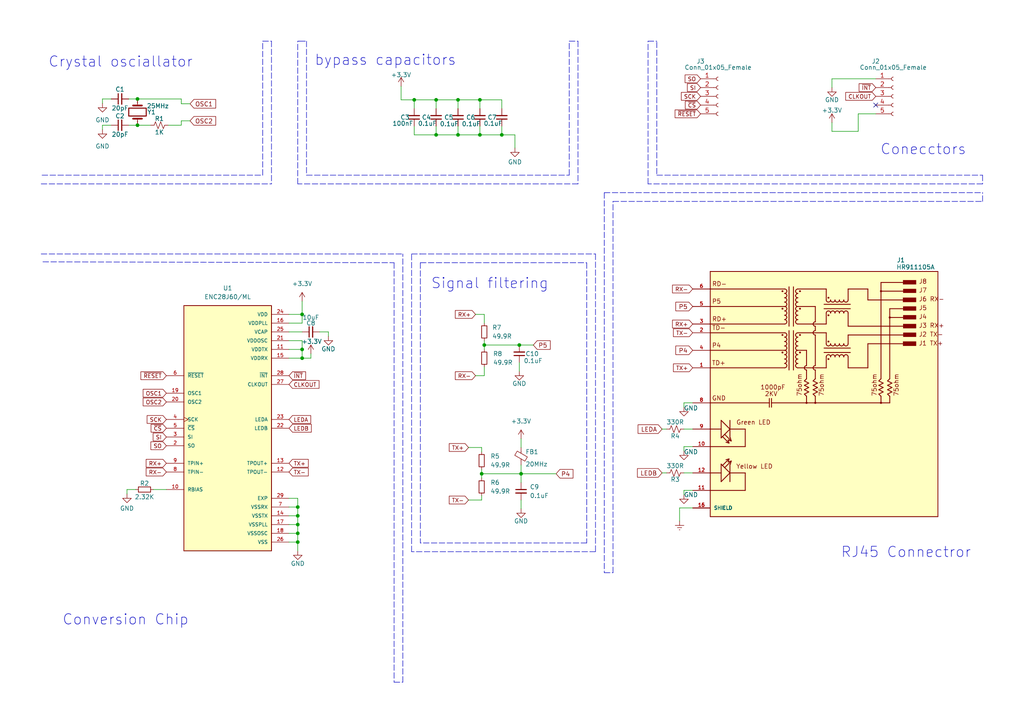
<source format=kicad_sch>
(kicad_sch (version 20211123) (generator eeschema)
  (paper "A4")
  (lib_symbols
    (symbol "Connector:Conn_01x05_Female" (pin_names (offset 1.016) hide)
      (property "Reference" "J" (at 0 7.62 0))
      (property "Value" "Conn_01x05_Female" (at 0 -7.62 0))
      (symbol "Conn_01x05_Female_1_1"
        (pin passive line (at -5.08 5.08 0) (length 3.81) (name "Pin_1") (number "1"))
        (pin passive line (at -5.08 2.54 0) (length 3.81) (name "Pin_2") (number "2"))
        (pin passive line (at -5.08 0 0) (length 3.81) (name "Pin_3") (number "3"))
        (pin passive line (at -5.08 -2.54 0) (length 3.81) (name "Pin_4") (number "4"))
        (pin passive line (at -5.08 -5.08 0) (length 3.81) (name "Pin_5") (number "5"))
      )
    )
    (symbol "Device:C_Small" (pin_numbers hide) (pin_names (offset 0.254) hide)
      (property "Reference" "C" (at 0.254 1.778 0))
      (property "Value" "C_Small" (at 0.254 -2.032 0))
      (symbol "C_Small_1_1"
        (pin passive line (at 0 2.54 270) (length 2.032) (name "~") (number "1"))
        (pin passive line (at 0 -2.54 90) (length 2.032) (name "~") (number "2"))
      )
    )
    (symbol "Device:Crystal" (pin_numbers hide) (pin_names (offset 1.016) hide)
      (property "Reference" "Y" (at 0 3.81 0))
      (property "Value" "Crystal" (at 0 -3.81 0))
      (symbol "Crystal_1_1"
        (pin passive line (at -3.81 0 0) (length 1.27) (name "1") (number "1"))
        (pin passive line (at 3.81 0 180) (length 1.27) (name "2") (number "2"))
      )
    )
    (symbol "Device:FerriteBead_Small" (pin_numbers hide) (pin_names (offset 0))
      (property "Reference" "FB" (at 1.905 1.27 0))
      (property "Value" "FerriteBead_Small" (at 1.905 -1.27 0))
      (symbol "FerriteBead_Small_1_1"
        (pin passive line (at 0 2.54 270) (length 1.27) (name "~") (number "1"))
        (pin passive line (at 0 -2.54 90) (length 1.27) (name "~") (number "2"))
      )
    )
    (symbol "Device:R_Small" (pin_numbers hide) (pin_names (offset 0.254) hide)
      (property "Reference" "R" (at 0.762 0.508 0))
      (property "Value" "R_Small" (at 0.762 -1.016 0))
      (symbol "R_Small_1_1"
        (pin passive line (at 0 2.54 270) (length 0.762) (name "~") (number "1"))
        (pin passive line (at 0 -2.54 90) (length 0.762) (name "~") (number "2"))
      )
    )
    (symbol "Device:R_Small_US" (pin_numbers hide) (pin_names (offset 0.254) hide)
      (property "Reference" "R" (at 0.762 0.508 0))
      (property "Value" "R_Small_US" (at 0.762 -1.016 0))
      (symbol "R_Small_US_1_1"
        (pin passive line (at 0 2.54 270) (length 1.016) (name "~") (number "1"))
        (pin passive line (at 0 -2.54 90) (length 1.016) (name "~") (number "2"))
      )
    )
    (symbol "ENC28J60_ML:ENC28J60{slash}ML" (pin_names (offset 1.016))
      (property "Reference" "U" (at -12.7 34.29 0))
      (property "Value" "ENC28J60{slash}ML" (at -12.7 -41.91 0))
      (symbol "ENC28J60{slash}ML_0_0"
        (pin input line (at -17.78 -20.32 0) (length 5.08) (name "RBIAS") (number "10"))
        (pin power_in line (at 17.78 20.32 180) (length 5.08) (name "VDDTX") (number "11"))
        (pin output line (at 17.78 -15.24 180) (length 5.08) (name "TPOUT-") (number "12"))
        (pin output line (at 17.78 -12.7 180) (length 5.08) (name "TPOUT+") (number "13"))
        (pin power_in line (at 17.78 -27.94 180) (length 5.08) (name "VSSTX") (number "14"))
        (pin power_in line (at 17.78 17.78 180) (length 5.08) (name "VDDRX") (number "15"))
        (pin power_in line (at 17.78 27.94 180) (length 5.08) (name "VDDPLL") (number "16"))
        (pin power_in line (at 17.78 -30.48 180) (length 5.08) (name "VSSPLL") (number "17"))
        (pin power_in line (at 17.78 -33.02 180) (length 5.08) (name "VSSOSC") (number "18"))
        (pin input line (at -17.78 7.62 0) (length 5.08) (name "OSC1") (number "19"))
        (pin output line (at -17.78 -7.62 0) (length 5.08) (name "SO") (number "2"))
        (pin output line (at -17.78 5.08 0) (length 5.08) (name "OSC2") (number "20"))
        (pin power_in line (at 17.78 22.86 180) (length 5.08) (name "VDDOSC") (number "21"))
        (pin output line (at 17.78 -2.54 180) (length 5.08) (name "LEDB") (number "22"))
        (pin output line (at 17.78 0 180) (length 5.08) (name "LEDA") (number "23"))
        (pin power_in line (at 17.78 30.48 180) (length 5.08) (name "VDD") (number "24"))
        (pin power_in line (at 17.78 25.4 180) (length 5.08) (name "VCAP") (number "25"))
        (pin power_in line (at 17.78 -35.56 180) (length 5.08) (name "VSS") (number "26"))
        (pin output line (at 17.78 10.16 180) (length 5.08) (name "CLKOUT") (number "27"))
        (pin output line (at 17.78 12.7 180) (length 5.08) (name "~{INT}") (number "28"))
        (pin passive line (at 17.78 -22.86 180) (length 5.08) (name "EXP") (number "29"))
        (pin input line (at -17.78 -5.08 0) (length 5.08) (name "SI") (number "3"))
        (pin input clock (at -17.78 0 0) (length 5.08) (name "SCK") (number "4"))
        (pin input line (at -17.78 -2.54 0) (length 5.08) (name "~{CS}") (number "5"))
        (pin input line (at -17.78 12.7 0) (length 5.08) (name "~{RESET}") (number "6"))
        (pin power_in line (at 17.78 -25.4 180) (length 5.08) (name "VSSRX") (number "7"))
        (pin input line (at -17.78 -15.24 0) (length 5.08) (name "TPIN-") (number "8"))
        (pin input line (at -17.78 -12.7 0) (length 5.08) (name "TPIN+") (number "9"))
      )
    )
    (symbol "HR911105A:HR911105A" (pin_names (offset 1.016))
      (property "Reference" "J" (at -33.1783 36.2409 0))
      (property "Value" "HR911105A" (at -33.1242 -38.2202 0))
      (symbol "HR911105A_0_0"
        (text "1000pF" (at -18.5009 1.2418 0) (effects (font (size 1.2759 1.2759)) (justify left bottom)))
        (text "2KV" (at -17.2312 -0.672 0) (effects (font (size 1.2764 1.2764)) (justify left bottom)))
        (text "75ohm" (at -6.39 -0.6549 900) (effects (font (size 1.278 1.278)) (justify left bottom)))
        (text "75ohm" (at 0 -0.6673 900) (effects (font (size 1.2758 1.2758)) (justify left bottom)))
        (text "75ohm" (at 15.335 -0.6618 900) (effects (font (size 1.2779 1.2779)) (justify left bottom)))
        (text "75ohm" (at 21.6925 -0.6552 900) (effects (font (size 1.276 1.276)) (justify left bottom)))
        (text "GND" (at -32.5483 -1.9146 0) (effects (font (size 1.2764 1.2764)) (justify left bottom)))
        (text "Green LED" (at -25.4919 -8.9222 0) (effects (font (size 1.2757 1.2757)) (justify left bottom)))
        (text "J1 TX+" (at 27.4391 14.0069 0) (effects (font (size 1.2765 1.2765)) (justify left bottom)))
        (text "J2 TX-" (at 27.4571 16.5812 0) (effects (font (size 1.2773 1.2773)) (justify left bottom)))
        (text "J3 RX+" (at 27.4566 19.1518 0) (effects (font (size 1.2771 1.2771)) (justify left bottom)))
        (text "J4" (at 27.4594 21.7053 0) (effects (font (size 1.2773 1.2773)) (justify left bottom)))
        (text "J5" (at 27.4773 24.265 0) (effects (font (size 1.2782 1.2782)) (justify left bottom)))
        (text "J6 RX-" (at 27.4683 26.8166 0) (effects (font (size 1.2777 1.2777)) (justify left bottom)))
        (text "J7" (at 27.469 29.3671 0) (effects (font (size 1.2778 1.2778)) (justify left bottom)))
        (text "J8" (at 27.4681 31.9296 0) (effects (font (size 1.2777 1.2777)) (justify left bottom)))
        (text "P4" (at -32.5444 13.4006 0) (effects (font (size 1.2763 1.2763)) (justify left bottom)))
        (text "P5" (at -32.5348 26.1555 0) (effects (font (size 1.2759 1.2759)) (justify left bottom)))
        (text "RD+" (at -32.4935 21.0252 0) (effects (font (size 1.2743 1.2743)) (justify left bottom)))
        (text "RD-" (at -32.4987 31.2242 0) (effects (font (size 1.2745 1.2745)) (justify left bottom)))
        (text "TD+" (at -32.5695 8.302 0) (effects (font (size 1.2772 1.2772)) (justify left bottom)))
        (text "TD-" (at -32.5142 18.4885 0) (effects (font (size 1.2751 1.2751)) (justify left bottom)))
        (text "Yellow LED" (at -25.5352 -21.705 0) (effects (font (size 1.2791 1.2791)) (justify left bottom)))
        (pin passive line (at -38.1 7.62 0) (length 5.08) (name "~") (number "1"))
        (pin passive line (at -38.1 -15.24 0) (length 5.08) (name "~") (number "10"))
        (pin passive line (at -38.1 -27.94 0) (length 5.08) (name "~") (number "11"))
        (pin passive line (at -38.1 -22.86 0) (length 5.08) (name "~") (number "12"))
        (pin passive line (at -38.1 -33.02 0) (length 5.08) (name "SHIELD") (number "15"))
        (pin passive line (at -38.1 -33.02 0) (length 5.08) (name "SHIELD") (number "16"))
        (pin passive line (at -38.1 17.78 0) (length 5.08) (name "~") (number "2"))
        (pin passive line (at -38.1 20.32 0) (length 5.08) (name "~") (number "3"))
        (pin passive line (at -38.1 12.7 0) (length 5.08) (name "~") (number "4"))
        (pin passive line (at -38.1 25.4 0) (length 5.08) (name "~") (number "5"))
        (pin passive line (at -38.1 30.48 0) (length 5.08) (name "~") (number "6"))
        (pin power_in line (at -38.1 -2.54 0) (length 5.08) (name "~") (number "8"))
        (pin passive line (at -38.1 -10.16 0) (length 5.08) (name "~") (number "9"))
      )
    )
    (symbol "power:+3.3V" (power) (pin_names (offset 0))
      (property "Value" "+3.3V" (at 0 3.556 0))
      (symbol "+3.3V_1_1"
        (pin power_in line (at 0 0 90) (length 0) hide (name "+3.3V") (number "1"))
      )
    )
    (symbol "power:Earth" (power) (pin_names (offset 0))
      (symbol "Earth_1_1"
        (pin power_in line (at 0 0 270) (length 0) hide (name "Earth") (number "1"))
      )
    )
    (symbol "power:GND" (power) (pin_names (offset 0))
      (property "Value" "GND" (at 0 -3.81 0))
      (symbol "GND_1_1"
        (pin power_in line (at 0 0 270) (length 0) hide (name "GND") (number "1"))
      )
    )
  )
  (junction (at 86.36 147.066))
  (junction (at 150.622 100.076))
  (junction (at 126.492 28.956))
  (junction (at 86.36 149.606))
  (junction (at 140.462 100.076))
  (junction (at 132.842 28.956))
  (junction (at 39.878 36.322))
  (junction (at 39.878 28.702))
  (junction (at 139.7 137.414))
  (junction (at 120.142 28.956))
  (junction (at 86.36 152.146))
  (junction (at 126.492 39.116))
  (junction (at 87.63 91.186))
  (junction (at 87.63 103.886))
  (junction (at 151.13 137.414))
  (junction (at 86.36 157.226))
  (junction (at 145.542 39.116))
  (junction (at 86.36 154.686))
  (junction (at 139.192 39.116))
  (junction (at 132.842 39.116))
  (junction (at 87.63 101.346))
  (junction (at 139.192 28.956))
  (no_connect (at 254 30.48))
  (wire (pts (xy 52.578 30.099) (xy 55.118 30.099)))
  (polyline (pts (xy 121.92 76.2) (xy 170.18 76.2)))
  (wire (pts (xy 241.3 22.86) (xy 254 22.86)))
  (wire (pts (xy 139.7 131.064) (xy 139.7 129.794)))
  (polyline (pts (xy 76.2 50.8) (xy 76.2 11.938)))
  (wire (pts (xy 52.578 36.322) (xy 52.578 35.052)))
  (wire (pts (xy 52.578 28.702) (xy 52.578 30.099)))
  (polyline (pts (xy 175.26 55.88) (xy 284.988 55.88)))
  (wire (pts (xy 151.13 127.254) (xy 151.13 129.794)))
  (wire (pts (xy 140.462 106.426) (xy 140.462 108.966)))
  (wire (pts (xy 83.82 98.806) (xy 87.63 98.806)))
  (wire (pts (xy 86.36 154.686) (xy 86.36 157.226)))
  (polyline (pts (xy 116.84 197.866) (xy 116.84 73.66)))
  (wire (pts (xy 151.13 137.414) (xy 151.13 139.954)))
  (wire (pts (xy 200.914 142.24) (xy 198.374 142.24)))
  (wire (pts (xy 140.462 100.076) (xy 150.622 100.076)))
  (wire (pts (xy 83.82 144.526) (xy 86.36 144.526)))
  (polyline (pts (xy 114.3 76.2) (xy 114.3 197.866)))
  (wire (pts (xy 83.82 154.686) (xy 86.36 154.686)))
  (wire (pts (xy 29.718 28.702) (xy 29.718 29.972)))
  (wire (pts (xy 132.842 31.496) (xy 132.842 28.956)))
  (wire (pts (xy 197.104 147.32) (xy 197.104 151.13)))
  (wire (pts (xy 139.192 36.576) (xy 139.192 39.116)))
  (polyline (pts (xy 78.74 11.938) (xy 78.74 53.34)))
  (wire (pts (xy 83.82 149.606) (xy 86.36 149.606)))
  (wire (pts (xy 37.338 28.702) (xy 39.878 28.702)))
  (wire (pts (xy 241.3 35.56) (xy 241.3 38.1)))
  (wire (pts (xy 86.36 149.606) (xy 86.36 152.146)))
  (wire (pts (xy 150.622 105.156) (xy 150.622 107.696)))
  (wire (pts (xy 32.258 28.702) (xy 29.718 28.702)))
  (wire (pts (xy 135.89 145.034) (xy 139.7 145.034)))
  (wire (pts (xy 36.83 143.256) (xy 36.83 141.986)))
  (wire (pts (xy 120.142 39.116) (xy 120.142 36.576)))
  (wire (pts (xy 200.914 116.84) (xy 198.374 116.84)))
  (polyline (pts (xy 119.38 73.66) (xy 121.92 73.66)))
  (wire (pts (xy 86.36 157.226) (xy 86.36 159.766)))
  (wire (pts (xy 135.89 129.794) (xy 139.7 129.794)))
  (wire (pts (xy 149.352 39.116) (xy 149.352 42.926)))
  (polyline (pts (xy 284.988 53.34) (xy 187.96 53.34)))
  (wire (pts (xy 37.338 36.322) (xy 39.878 36.322)))
  (wire (pts (xy 248.92 38.1) (xy 248.92 33.02)))
  (wire (pts (xy 87.63 103.886) (xy 90.17 103.886)))
  (wire (pts (xy 132.842 36.576) (xy 132.842 39.116)))
  (polyline (pts (xy 119.38 160.02) (xy 119.38 73.66)))
  (wire (pts (xy 198.374 142.24) (xy 198.374 143.51)))
  (wire (pts (xy 139.7 143.764) (xy 139.7 145.034)))
  (wire (pts (xy 32.258 36.322) (xy 29.718 36.322)))
  (wire (pts (xy 52.578 35.052) (xy 55.118 35.052)))
  (polyline (pts (xy 86.36 11.938) (xy 86.868 11.938)))
  (wire (pts (xy 83.82 93.726) (xy 87.63 93.726)))
  (wire (pts (xy 126.492 31.496) (xy 126.492 28.956)))
  (wire (pts (xy 145.542 36.576) (xy 145.542 39.116)))
  (wire (pts (xy 86.36 144.526) (xy 86.36 147.066)))
  (polyline (pts (xy 175.26 166.116) (xy 177.8 166.116)))
  (polyline (pts (xy 11.938 53.34) (xy 78.74 53.34)))
  (wire (pts (xy 87.63 98.806) (xy 87.63 101.346)))
  (wire (pts (xy 86.36 152.146) (xy 86.36 154.686)))
  (wire (pts (xy 139.192 31.496) (xy 139.192 28.956)))
  (wire (pts (xy 193.294 124.46) (xy 192.024 124.46)))
  (polyline (pts (xy 121.92 76.2) (xy 121.92 157.48)))
  (wire (pts (xy 39.878 28.702) (xy 52.578 28.702)))
  (polyline (pts (xy 190.5 50.8) (xy 284.988 50.8)))
  (polyline (pts (xy 187.96 53.34) (xy 187.96 11.938)))
  (polyline (pts (xy 284.988 58.42) (xy 284.988 55.88)))
  (wire (pts (xy 86.36 147.066) (xy 86.36 149.606)))
  (polyline (pts (xy 167.64 53.34) (xy 86.36 53.34)))
  (wire (pts (xy 83.82 147.066) (xy 86.36 147.066)))
  (wire (pts (xy 83.82 96.266) (xy 87.63 96.266)))
  (polyline (pts (xy 172.72 160.02) (xy 119.38 160.02)))
  (wire (pts (xy 145.542 39.116) (xy 139.192 39.116)))
  (wire (pts (xy 87.63 91.186) (xy 87.63 93.726)))
  (wire (pts (xy 151.13 137.414) (xy 161.29 137.414)))
  (wire (pts (xy 132.842 28.956) (xy 139.192 28.956)))
  (wire (pts (xy 150.622 100.076) (xy 154.686 100.076)))
  (wire (pts (xy 140.462 98.806) (xy 140.462 100.076)))
  (polyline (pts (xy 165.1 50.8) (xy 165.1 11.938)))
  (wire (pts (xy 200.914 147.32) (xy 197.104 147.32)))
  (polyline (pts (xy 76.2 11.938) (xy 78.74 11.938)))
  (wire (pts (xy 87.63 103.886) (xy 83.82 103.886)))
  (wire (pts (xy 36.83 141.986) (xy 39.37 141.986)))
  (wire (pts (xy 241.3 22.86) (xy 241.3 25.4)))
  (wire (pts (xy 29.718 36.322) (xy 29.718 37.592)))
  (wire (pts (xy 83.82 101.346) (xy 87.63 101.346)))
  (wire (pts (xy 139.7 137.414) (xy 139.7 138.684)))
  (wire (pts (xy 83.82 157.226) (xy 86.36 157.226)))
  (wire (pts (xy 92.71 96.266) (xy 95.25 96.266)))
  (polyline (pts (xy 88.9 11.938) (xy 88.9 50.8)))
  (polyline (pts (xy 187.96 11.938) (xy 190.5 11.938)))
  (wire (pts (xy 39.878 36.322) (xy 43.688 36.322)))
  (wire (pts (xy 139.7 136.144) (xy 139.7 137.414)))
  (polyline (pts (xy 172.72 73.66) (xy 172.72 160.02)))
  (polyline (pts (xy 170.18 157.48) (xy 121.92 157.48)))
  (wire (pts (xy 48.768 36.322) (xy 52.578 36.322)))
  (wire (pts (xy 83.82 91.186) (xy 87.63 91.186)))
  (wire (pts (xy 137.922 91.186) (xy 140.462 91.186)))
  (polyline (pts (xy 121.92 73.66) (xy 172.72 73.66)))
  (wire (pts (xy 120.142 28.956) (xy 116.332 28.956)))
  (wire (pts (xy 200.914 137.16) (xy 198.374 137.16)))
  (polyline (pts (xy 12.446 75.946) (xy 114.3 76.2)))
  (wire (pts (xy 145.542 39.116) (xy 149.352 39.116)))
  (wire (pts (xy 90.17 102.616) (xy 90.17 103.886)))
  (wire (pts (xy 140.462 93.726) (xy 140.462 91.186)))
  (wire (pts (xy 116.332 25.019) (xy 116.332 28.956)))
  (polyline (pts (xy 12.192 50.8) (xy 76.2 50.8)))
  (polyline (pts (xy 177.8 58.42) (xy 284.988 58.42)))
  (wire (pts (xy 198.374 129.54) (xy 198.374 130.81)))
  (wire (pts (xy 126.492 39.116) (xy 120.142 39.116)))
  (wire (pts (xy 151.13 137.414) (xy 151.13 134.874)))
  (wire (pts (xy 139.192 28.956) (xy 145.542 28.956)))
  (wire (pts (xy 126.492 36.576) (xy 126.492 39.116)))
  (polyline (pts (xy 86.868 11.938) (xy 88.9 11.938)))
  (wire (pts (xy 193.294 137.16) (xy 192.024 137.16)))
  (wire (pts (xy 139.192 39.116) (xy 132.842 39.116)))
  (polyline (pts (xy 170.18 76.2) (xy 170.18 157.48)))
  (wire (pts (xy 198.374 124.46) (xy 200.914 124.46)))
  (wire (pts (xy 140.462 100.076) (xy 140.462 101.346)))
  (wire (pts (xy 120.142 28.956) (xy 126.492 28.956)))
  (wire (pts (xy 44.45 141.986) (xy 48.26 141.986)))
  (wire (pts (xy 132.842 39.116) (xy 126.492 39.116)))
  (wire (pts (xy 87.63 101.346) (xy 87.63 103.886)))
  (wire (pts (xy 87.63 87.376) (xy 87.63 91.186)))
  (wire (pts (xy 200.914 129.54) (xy 198.374 129.54)))
  (wire (pts (xy 126.492 28.956) (xy 132.842 28.956)))
  (wire (pts (xy 248.92 38.1) (xy 241.3 38.1)))
  (polyline (pts (xy 88.9 50.8) (xy 165.1 50.8)))
  (polyline (pts (xy 284.988 50.8) (xy 284.988 53.34)))
  (polyline (pts (xy 86.36 53.34) (xy 86.36 11.938)))
  (polyline (pts (xy 167.64 11.938) (xy 167.64 53.34)))
  (polyline (pts (xy 177.8 166.116) (xy 177.8 58.42)))
  (wire (pts (xy 120.142 31.496) (xy 120.142 28.956)))
  (polyline (pts (xy 175.26 55.88) (xy 175.26 166.116)))
  (polyline (pts (xy 190.5 12.192) (xy 190.5 50.8)))
  (wire (pts (xy 151.13 145.034) (xy 151.13 147.574)))
  (wire (pts (xy 83.82 152.146) (xy 86.36 152.146)))
  (wire (pts (xy 145.542 28.956) (xy 145.542 31.496)))
  (polyline (pts (xy 114.3 197.866) (xy 116.84 197.866)))
  (wire (pts (xy 95.25 96.266) (xy 95.25 97.536)))
  (polyline (pts (xy 11.938 73.66) (xy 116.84 73.66)))
  (wire (pts (xy 137.922 108.966) (xy 140.462 108.966)))
  (wire (pts (xy 139.7 137.414) (xy 151.13 137.414)))
  (wire (pts (xy 248.92 33.02) (xy 254 33.02)))
  (wire (pts (xy 198.374 116.84) (xy 198.374 118.11)))
  (polyline (pts (xy 165.1 11.938) (xy 167.64 11.938)))
  (text "Conecctors" (at 255.27 45.212 0) (effects (font (size 3 3)) (justify left bottom)))
  (text "Conversion Chip" (at 18.034 181.61 0) (effects (font (size 3 3)) (justify left bottom)))
  (text "bypass capacitors" (at 91.186 19.304 0) (effects (font (size 3 3)) (justify left bottom)))
  (text "Crystal osciallator" (at 13.97 19.812 0) (effects (font (size 3 3)) (justify left bottom)))
  (text "Signal filtering" (at 124.968 84.074 0) (effects (font (size 3 3)) (justify left bottom)))
  (text "RJ45 Connectror" (at 243.84 162.052 0) (effects (font (size 3 3)) (justify left bottom)))
  (global_label "~{INT}" (shape input) (at 254 25.4 180) (effects (font (size 1.15 1.15))) (property "Intersheet References" "${INTERSHEET_REFS}" (effects hide)))
  (global_label "LEDB" (shape input) (at 192.024 137.16 180) (property "Intersheet References" "${INTERSHEET_REFS}" (effects hide)))
  (global_label "~{RESET}" (shape input) (at 203.2 33.02 180) (effects (font (size 1.15 1.15))) (property "Intersheet References" "${INTERSHEET_REFS}" (effects hide)))
  (global_label "~{CS}" (shape input) (at 203.2 30.48 180) (effects (font (size 1.15 1.15))) (property "Intersheet References" "${INTERSHEET_REFS}" (effects hide)))
  (global_label "TX-" (shape input) (at 135.89 145.034 180) (effects (font (size 1.15 1.15))) (property "Intersheet References" "${INTERSHEET_REFS}" (effects hide)))
  (global_label "OSC1" (shape input) (at 48.26 114.046 180) (effects (font (size 1.15 1.15))) (property "Intersheet References" "${INTERSHEET_REFS}" (effects hide)))
  (global_label "SCK" (shape input) (at 48.26 121.666 180) (effects (font (size 1.15 1.15))) (property "Intersheet References" "${INTERSHEET_REFS}" (effects hide)))
  (global_label "SI" (shape input) (at 203.2 25.4 180) (effects (font (size 1.15 1.15))) (property "Intersheet References" "${INTERSHEET_REFS}" (effects hide)))
  (global_label "P4" (shape input) (at 161.29 137.414 0) (property "Intersheet References" "${INTERSHEET_REFS}" (effects hide)))
  (global_label "~{RESET}" (shape input) (at 48.26 108.966 180) (effects (font (size 1.15 1.15))) (property "Intersheet References" "${INTERSHEET_REFS}" (effects hide)))
  (global_label "~{CS}" (shape input) (at 48.26 124.206 180) (effects (font (size 1.15 1.15))) (property "Intersheet References" "${INTERSHEET_REFS}" (effects hide)))
  (global_label "OSC1" (shape input) (at 55.118 30.099 0) (property "Intersheet References" "${INTERSHEET_REFS}" (effects hide)))
  (global_label "P5" (shape input) (at 200.914 88.9 180) (property "Intersheet References" "${INTERSHEET_REFS}" (effects hide)))
  (global_label "TX+" (shape input) (at 135.89 129.794 180) (effects (font (size 1.15 1.15))) (property "Intersheet References" "${INTERSHEET_REFS}" (effects hide)))
  (global_label "SI" (shape input) (at 48.26 126.746 180) (effects (font (size 1.15 1.15))) (property "Intersheet References" "${INTERSHEET_REFS}" (effects hide)))
  (global_label "RX+" (shape input) (at 137.922 91.186 180) (effects (font (size 1.15 1.15))) (property "Intersheet References" "${INTERSHEET_REFS}" (effects hide)))
  (global_label "TX-" (shape input) (at 83.82 136.906 0) (effects (font (size 1.15 1.15))) (property "Intersheet References" "${INTERSHEET_REFS}" (effects hide)))
  (global_label "OSC2" (shape input) (at 48.26 116.586 180) (effects (font (size 1.15 1.15))) (property "Intersheet References" "${INTERSHEET_REFS}" (effects hide)))
  (global_label "P4" (shape input) (at 200.914 101.6 180) (property "Intersheet References" "${INTERSHEET_REFS}" (effects hide)))
  (global_label "RX+" (shape input) (at 48.26 134.366 180) (effects (font (size 1.15 1.15))) (property "Intersheet References" "${INTERSHEET_REFS}" (effects hide)))
  (global_label "TX+" (shape input) (at 200.914 106.68 180) (effects (font (size 1.15 1.15))) (property "Intersheet References" "${INTERSHEET_REFS}" (effects hide)))
  (global_label "P5" (shape input) (at 154.686 100.076 0) (property "Intersheet References" "${INTERSHEET_REFS}" (effects hide)))
  (global_label "CLKOUT" (shape input) (at 83.82 111.506 0) (effects (font (size 1.15 1.15))) (property "Intersheet References" "${INTERSHEET_REFS}" (effects hide)))
  (global_label "SCK" (shape input) (at 203.2 27.94 180) (effects (font (size 1.15 1.15))) (property "Intersheet References" "${INTERSHEET_REFS}" (effects hide)))
  (global_label "CLKOUT" (shape input) (at 254 27.94 180) (effects (font (size 1.15 1.15))) (property "Intersheet References" "${INTERSHEET_REFS}" (effects hide)))
  (global_label "RX-" (shape input) (at 200.914 83.82 180) (effects (font (size 1.15 1.15))) (property "Intersheet References" "${INTERSHEET_REFS}" (effects hide)))
  (global_label "LEDA" (shape input) (at 83.82 121.666 0) (effects (font (size 1.15 1.15))) (property "Intersheet References" "${INTERSHEET_REFS}" (effects hide)))
  (global_label "LEDA" (shape input) (at 192.024 124.46 180) (property "Intersheet References" "${INTERSHEET_REFS}" (effects hide)))
  (global_label "RX-" (shape input) (at 48.26 136.906 180) (effects (font (size 1.15 1.15))) (property "Intersheet References" "${INTERSHEET_REFS}" (effects hide)))
  (global_label "OSC2" (shape input) (at 55.118 35.052 0) (property "Intersheet References" "${INTERSHEET_REFS}" (effects hide)))
  (global_label "RX-" (shape input) (at 137.922 108.966 180) (effects (font (size 1.15 1.15))) (property "Intersheet References" "${INTERSHEET_REFS}" (effects hide)))
  (global_label "LEDB" (shape input) (at 83.82 124.206 0) (effects (font (size 1.15 1.15))) (property "Intersheet References" "${INTERSHEET_REFS}" (effects hide)))
  (global_label "RX+" (shape input) (at 200.914 93.98 180) (effects (font (size 1.15 1.15))) (property "Intersheet References" "${INTERSHEET_REFS}" (effects hide)))
  (global_label "SO" (shape input) (at 203.2 22.86 180) (effects (font (size 1.15 1.15))) (property "Intersheet References" "${INTERSHEET_REFS}" (effects hide)))
  (global_label "SO" (shape input) (at 48.26 129.286 180) (effects (font (size 1.15 1.15))) (property "Intersheet References" "${INTERSHEET_REFS}" (effects hide)))
  (global_label "TX-" (shape input) (at 200.914 96.52 180) (effects (font (size 1.15 1.15))) (property "Intersheet References" "${INTERSHEET_REFS}" (effects hide)))
  (global_label "TX+" (shape input) (at 83.82 134.366 0) (effects (font (size 1.15 1.15))) (property "Intersheet References" "${INTERSHEET_REFS}" (effects hide)))
  (global_label "~{INT}" (shape input) (at 83.82 108.966 0) (effects (font (size 1.15 1.15))) (property "Intersheet References" "${INTERSHEET_REFS}" (effects hide)))
  (symbol (lib_id "power:GND") (at 241.3 25.4 0) (unit 1)
    (property "Reference" "#PWR0102" (effects hide))
    (property "Value" "GND" (at 241.3 28.956 0))
  )
  (symbol (lib_id "Device:C_Small") (at 145.542 34.036 180) (unit 1)
    (property "Reference" "C7" (at 142.748 34.036 0))
    (property "Value" "0.1uF" (at 143.002 35.814 0))
    (property "Footprint" "Capacitor_SMD:C_0402_1005Metric" (effects hide))
  )
  (symbol (lib_id "power:GND") (at 29.718 29.972 0) (unit 1)
    (property "Reference" "#PWR01" (effects hide))
    (property "Value" "GND" (at 29.718 34.798 0))
  )
  (symbol (lib_id "Device:R_Small_US") (at 195.834 124.46 270) (unit 1)
    (property "Reference" "R4" (at 195.834 126.492 90))
    (property "Value" "330R" (at 195.834 122.428 90))
    (property "Footprint" "Resistor_SMD:R_0603_1608Metric" (effects hide))
  )
  (symbol (lib_id "Device:R_Small_US") (at 195.834 137.16 270) (unit 1)
    (property "Reference" "R3" (at 195.834 139.065 90))
    (property "Value" "330R" (at 195.834 135.128 90))
    (property "Footprint" "Resistor_SMD:R_0603_1608Metric" (effects hide))
  )
  (symbol (lib_id "power:GND") (at 86.36 159.766 0) (unit 1)
    (property "Reference" "#PWR06" (effects hide))
    (property "Value" "GND" (at 86.36 163.449 0))
  )
  (symbol (lib_id "Connector:Conn_01x05_Female") (at 208.28 27.94 0) (unit 1)
    (property "Reference" "J3" (at 203.2 17.78 0))
    (property "Value" "Conn_01x05_Female" (at 208.28 19.558 0))
    (property "Footprint" "Connector_PinSocket_1.27mm:PinSocket_1x05_P1.27mm_Vertical" (effects hide))
  )
  (symbol (lib_id "Device:C_Small") (at 151.13 142.494 0) (unit 1)
    (property "Reference" "C9" (at 153.67 141.2302 0) (effects (justify left)))
    (property "Value" "0.1uF" (at 153.67 143.7702 0) (effects (justify left)))
    (property "Footprint" "Capacitor_SMD:C_0402_1005Metric" (effects hide))
  )
  (symbol (lib_id "Device:C_Small") (at 132.842 34.036 180) (unit 1)
    (property "Reference" "C5" (at 130.175 34.036 0))
    (property "Value" "0.1uF" (at 130.302 35.941 0))
    (property "Footprint" "Capacitor_SMD:C_0402_1005Metric" (effects hide))
  )
  (symbol (lib_id "Device:R_Small") (at 139.7 133.604 0) (unit 1)
    (property "Reference" "R5" (at 142.24 132.3339 0) (effects (justify left)))
    (property "Value" "49.9R" (at 142.24 134.8739 0) (effects (justify left)))
    (property "Footprint" "Resistor_SMD:R_0603_1608Metric" (effects hide))
  )
  (symbol (lib_id "Device:FerriteBead_Small") (at 151.13 132.334 0) (unit 1)
    (property "Reference" "FB1" (at 152.4 131.064 0) (effects (justify left)))
    (property "Value" "20MHz" (at 152.4 134.62 0) (effects (justify left)))
    (property "Footprint" "Inductor_SMD:L_0603_1608Metric" (effects hide))
  )
  (symbol (lib_id "power:GND") (at 29.718 37.592 0) (unit 1)
    (property "Reference" "#PWR02" (effects hide))
    (property "Value" "GND" (at 29.718 42.418 0))
  )
  (symbol (lib_id "Device:C_Small") (at 120.142 34.036 180) (unit 1)
    (property "Reference" "C3" (at 117.475 34.036 0))
    (property "Value" "100nF" (at 116.84 35.814 0))
    (property "Footprint" "Capacitor_SMD:C_0402_1005Metric" (effects hide))
  )
  (symbol (lib_id "power:GND") (at 36.83 143.256 0) (unit 1)
    (property "Reference" "#PWR05" (effects hide))
    (property "Value" "GND" (at 36.83 147.447 0))
  )
  (symbol (lib_id "power:+3.3V") (at 90.17 102.616 0) (unit 1)
    (property "Reference" "#PWR08" (effects hide))
    (property "Value" "+3.3V" (at 90.424 99.06 0))
  )
  (symbol (lib_id "power:+3.3V") (at 116.332 25.019 0) (unit 1)
    (property "Reference" "#PWR0107" (effects hide))
    (property "Value" "+3.3V" (at 116.332 21.717 0))
  )
  (symbol (lib_id "Device:C_Small") (at 126.492 34.036 180) (unit 1)
    (property "Reference" "C4" (at 123.698 34.036 0))
    (property "Value" "0.1uF" (at 123.952 35.814 0))
    (property "Footprint" "Capacitor_SMD:C_0402_1005Metric" (effects hide))
  )
  (symbol (lib_id "power:GND") (at 198.374 143.51 0) (unit 1)
    (property "Reference" "#PWR0111" (effects hide))
    (property "Value" "GND" (at 200.406 143.51 0))
  )
  (symbol (lib_id "ENC28J60_ML:ENC28J60{slash}ML") (at 66.04 121.666 0) (unit 1)
    (property "Reference" "U1" (at 66.04 83.566 0))
    (property "Value" "ENC28J60/ML" (at 66.04 86.106 0))
    (property "Footprint" "Model:QFN65P600X600X100-29N" (effects hide))
    (property "MANUFACTURER" "MICROCHIP" (effects hide))
    (property "STANDARD" "IPC-7351B" (effects hide))
    (property "PARTREV" "E" (effects hide))
    (property "MAXIMUM_PACKAGE_HEIGHT" "1.00mm" (effects hide))
  )
  (symbol (lib_id "Device:C_Small") (at 150.622 102.616 180) (unit 1)
    (property "Reference" "C10" (at 152.4 102.616 0) (effects (justify right)))
    (property "Value" "0.1uF" (at 151.892 104.648 0) (effects (justify right)))
    (property "Footprint" "Capacitor_SMD:C_0402_1005Metric" (effects hide))
  )
  (symbol (lib_id "power:GND") (at 95.25 97.536 0) (unit 1)
    (property "Reference" "#PWR09" (effects hide))
    (property "Value" "GND" (at 95.25 101.219 0))
  )
  (symbol (lib_id "Device:C_Small") (at 34.798 28.702 90) (unit 1)
    (property "Reference" "C1" (at 34.798 25.908 90))
    (property "Value" "20pF" (at 34.798 31.369 90))
    (property "Footprint" "Capacitor_SMD:C_0402_1005Metric" (effects hide))
  )
  (symbol (lib_id "Device:R_Small") (at 139.7 141.224 0) (unit 1)
    (property "Reference" "R6" (at 142.24 139.9539 0) (effects (justify left)))
    (property "Value" "49.9R" (at 142.24 142.4939 0) (effects (justify left)))
    (property "Footprint" "Resistor_SMD:R_0603_1608Metric" (effects hide))
  )
  (symbol (lib_id "power:+3.3V") (at 87.63 87.376 0) (unit 1)
    (property "Reference" "#PWR07" (effects hide))
    (property "Value" "+3.3V" (at 87.63 82.296 0))
  )
  (symbol (lib_id "Device:C_Small") (at 139.192 34.036 180) (unit 1)
    (property "Reference" "C6" (at 136.525 34.036 0))
    (property "Value" "0.1uF" (at 136.652 35.941 0))
    (property "Footprint" "Capacitor_SMD:C_0402_1005Metric" (effects hide))
  )
  (symbol (lib_id "Device:R_Small") (at 140.462 103.886 0) (unit 1)
    (property "Reference" "R8" (at 143.002 102.6159 0) (effects (justify left)))
    (property "Value" "49.9R" (at 143.002 105.1559 0) (effects (justify left)))
    (property "Footprint" "Resistor_SMD:R_0603_1608Metric" (effects hide))
  )
  (symbol (lib_id "Connector:Conn_01x05_Female") (at 259.08 27.94 0) (unit 1)
    (property "Reference" "J2" (at 254 17.78 0))
    (property "Value" "Conn_01x05_Female" (at 259.08 19.558 0))
    (property "Footprint" "Connector_PinSocket_1.27mm:PinSocket_1x05_P1.27mm_Vertical" (effects hide))
  )
  (symbol (lib_id "power:Earth") (at 197.104 151.13 0) (unit 1)
    (property "Reference" "#PWR0109" (effects hide))
    (property "Value" "Earth" (effects hide))
  )
  (symbol (lib_id "power:+3.3V") (at 241.3 35.56 0) (unit 1)
    (property "Reference" "#PWR0101" (effects hide))
    (property "Value" "+3.3V" (at 241.3 32.004 0))
  )
  (symbol (lib_id "Device:R_Small") (at 140.462 96.266 0) (unit 1)
    (property "Reference" "R7" (at 142.748 94.9959 0) (effects (justify left)))
    (property "Value" "49.9R" (at 142.748 97.5359 0) (effects (justify left)))
    (property "Footprint" "Resistor_SMD:R_0603_1608Metric" (effects hide))
  )
  (symbol (lib_id "Device:R_Small") (at 41.91 141.986 90) (unit 1)
    (property "Reference" "R2" (at 41.91 140.208 90))
    (property "Value" "2.32K" (at 41.91 144.145 90))
    (property "Footprint" "Resistor_SMD:R_0603_1608Metric" (effects hide))
  )
  (symbol (lib_id "power:+3.3V") (at 151.13 127.254 0) (unit 1)
    (property "Reference" "#PWR0105" (effects hide))
    (property "Value" "+3.3V" (at 151.13 122.174 0))
  )
  (symbol (lib_id "power:GND") (at 150.622 107.696 0) (unit 1)
    (property "Reference" "#PWR0104" (effects hide))
    (property "Value" "GND" (at 150.622 111.252 0))
  )
  (symbol (lib_id "Device:C_Small") (at 90.17 96.266 90) (unit 1)
    (property "Reference" "C8" (at 90.17 93.726 90))
    (property "Value" "10uF" (at 90.17 92.075 90))
    (property "Footprint" "Capacitor_SMD:C_0603_1608Metric" (effects hide))
  )
  (symbol (lib_id "HR911105A:HR911105A") (at 239.014 114.3 0) (unit 1)
    (property "Reference" "J1" (at 260.096 75.438 0) (effects (justify left)))
    (property "Value" "HR911105A" (at 259.969 77.47 0) (effects (justify left)))
    (property "Footprint" "Model:HANRUN_HR911105A" (effects hide))
    (property "PACKAGE" "None" (effects hide))
    (property "PARTREV" "A" (effects hide))
    (property "DESCRIPTION" "DIP RJ45 Connector;" (effects hide))
    (property "MF" "HanRun" (effects hide))
    (property "AVAILABILITY" "Unavailable" (effects hide))
    (property "STANDARD" "Manufacturer Recommendation" (effects hide))
    (property "MP" "HR911105A" (effects hide))
    (property "PRICE" "None" (effects hide))
  )
  (symbol (lib_id "power:GND") (at 151.13 147.574 0) (unit 1)
    (property "Reference" "#PWR0108" (effects hide))
    (property "Value" "GND" (at 151.13 151.13 0))
  )
  (symbol (lib_id "power:GND") (at 198.374 118.11 0) (unit 1)
    (property "Reference" "#PWR0103" (effects hide))
    (property "Value" "GND" (at 200.406 118.364 0))
  )
  (symbol (lib_id "power:GND") (at 149.352 42.926 0) (unit 1)
    (property "Reference" "#PWR0106" (effects hide))
    (property "Value" "GND" (at 149.352 46.99 0))
  )
  (symbol (lib_id "Device:R_Small_US") (at 46.228 36.322 90) (unit 1)
    (property "Reference" "R1" (at 46.228 34.417 90))
    (property "Value" "1K" (at 46.228 38.354 90))
    (property "Footprint" "Resistor_SMD:R_0603_1608Metric" (effects hide))
  )
  (symbol (lib_id "Device:Crystal") (at 39.878 32.512 90) (unit 1)
    (property "Reference" "Y1" (at 42.672 32.512 90) (effects (justify right)))
    (property "Value" "25MHz" (at 42.545 30.734 90) (effects (justify right)))
    (property "Footprint" "Crystal:Crystal_SMD_0603-2Pin_6.0x3.5mm_HandSoldering" (effects hide))
  )
  (symbol (lib_id "Device:C_Small") (at 34.798 36.322 90) (unit 1)
    (property "Reference" "C2" (at 34.798 33.655 90))
    (property "Value" "20pF" (at 34.798 38.989 90))
    (property "Footprint" "Capacitor_SMD:C_0402_1005Metric" (effects hide))
  )
  (symbol (lib_id "power:GND") (at 198.374 130.81 0) (unit 1)
    (property "Reference" "#PWR0110" (effects hide))
    (property "Value" "GND" (at 200.406 131.064 0))
  )
)
</source>
